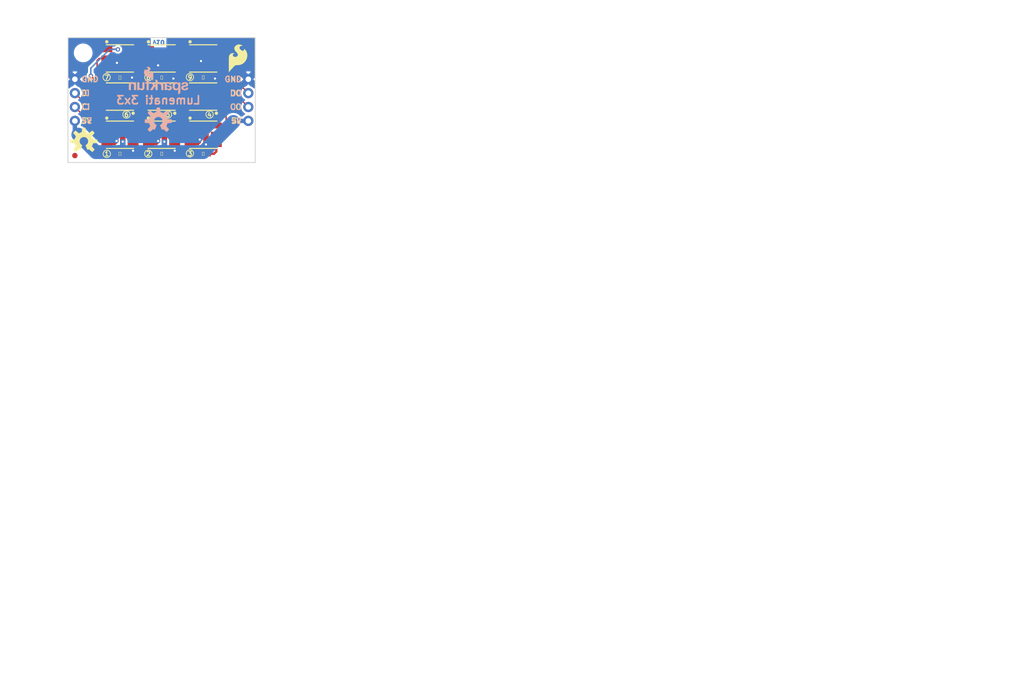
<source format=kicad_pcb>
(kicad_pcb (version 20221018) (generator pcbnew)
  (layers (0 "F.Cu" signal) (31 "B.Cu" signal) (34 "B.Paste" user) (35 "F.Paste" user) (36 "B.SilkS" user "B.Silkscreen") (37 "F.SilkS" user "F.Silkscreen") (38 "B.Mask" user) (39 "F.Mask" user) (44 "Edge.Cuts" user))
  (net 0 "")
  (net 1 "+5V")
  (net 2 "GND")
  (net 3 "Net-(J1-Pad3)")
  (net 4 "Net-(J1-Pad2)")
  (net 5 "Net-(J2-Pad2)")
  (net 6 "Net-(J2-Pad3)")
  (net 7 "Net-(U1-Pad5)")
  (net 8 "Net-(U1-Pad6)")
  (net 9 "Net-(U2-Pad5)")
  (net 10 "Net-(U2-Pad6)")
  (net 11 "Net-(U3-Pad6)")
  (net 12 "Net-(U3-Pad5)")
  (net 13 "Net-(U4-Pad5)")
  (net 14 "Net-(U4-Pad6)")
  (net 15 "Net-(U5-Pad6)")
  (net 16 "Net-(U5-Pad5)")
  (net 17 "Net-(U6-Pad5)")
  (net 18 "Net-(U6-Pad6)")
  (net 19 "Net-(U7-Pad6)")
  (net 20 "Net-(U7-Pad5)")
  (net 21 "Net-(U8-Pad5)")
  (net 22 "Net-(U8-Pad6)")
  (footprint "Pete:STAND-OFF_115_2" (layer "F.Cu") (at 100.711 77.216)
    (fp_text reference "Ref**" hide)
    (fp_text value "Val**" hide)
    (pad "" np_thru_hole circle (at 0 0) (size 2.921 2.921) (drill 2.921) (layers "*.Cu" "*.Mask"))
  )
  (footprint "Pete:STAND-OFF_115_2" (layer "F.Cu") (at 129.413 94.488)
    (fp_text reference "Ref**" hide)
    (fp_text value "Val**" hide)
    (pad "" np_thru_hole circle (at 0 0) (size 2.921 2.921) (drill 2.921) (layers "*.Cu" "*.Mask"))
  )
  (footprint "Aesthetics:SFE_LOGO_FLAME_.2" (layer "F.Cu") (at 127.0254 81.026)
    (fp_text reference "LOGO3" hide)
    (fp_text value "SFE_LOGO_FLAME.4_INCH" hide)
  )
  (footprint "Aesthetics:OSHW-LOGO-M" (layer "F.Cu") (at 100.838 93.3958)
    (fp_text reference "LOGO2" hide)
    (fp_text value "OSHW-LOGOMINI" hide)
  )
  (footprint "Pete:0603_revised" (layer "F.Cu") (at 107.442 95.6818 180)
    (fp_text reference "C1" hide)
    (fp_text value "0.1uF" hide)
    (pad "1" smd rect (at -0.84836 0 180) (size 1.09982 0.99822) (layers "F.Cu" "F.Paste" "F.Mask") (net 1 "+5V"))
    (pad "2" smd rect (at 0.84836 0 180) (size 1.09982 0.99822) (layers "F.Cu" "F.Paste" "F.Mask") (net 2 "GND"))
  )
  (footprint "Pete:0603_revised" (layer "F.Cu") (at 115.0874 95.6818 180)
    (fp_text reference "C2" hide)
    (fp_text value "0.1uF" hide)
    (pad "1" smd rect (at -0.84836 0 180) (size 1.09982 0.99822) (layers "F.Cu" "F.Paste" "F.Mask") (net 1 "+5V"))
    (pad "2" smd rect (at 0.84836 0 180) (size 1.09982 0.99822) (layers "F.Cu" "F.Paste" "F.Mask") (net 2 "GND"))
  )
  (footprint "Pete:0603_revised" (layer "F.Cu") (at 122.682 95.6818 180)
    (fp_text reference "C3" hide)
    (fp_text value "0.1uF" hide)
    (pad "1" smd rect (at -0.84836 0 180) (size 1.09982 0.99822) (layers "F.Cu" "F.Paste" "F.Mask") (net 1 "+5V"))
    (pad "2" smd rect (at 0.84836 0 180) (size 1.09982 0.99822) (layers "F.Cu" "F.Paste" "F.Mask") (net 2 "GND"))
  )
  (footprint "Pete:0603_revised" (layer "F.Cu") (at 122.682 81.7118 180)
    (fp_text reference "C4" hide)
    (fp_text value "0.22uF" hide)
    (pad "1" smd rect (at -0.84836 0 180) (size 1.09982 0.99822) (layers "F.Cu" "F.Paste" "F.Mask") (net 2 "GND"))
    (pad "2" smd rect (at 0.84836 0 180) (size 1.09982 0.99822) (layers "F.Cu" "F.Paste" "F.Mask") (net 1 "+5V"))
  )
  (footprint "Pete:0603_revised" (layer "F.Cu") (at 115.0874 81.7372 180)
    (fp_text reference "C5" hide)
    (fp_text value "0.22uF" hide)
    (pad "1" smd rect (at -0.84836 0 180) (size 1.09982 0.99822) (layers "F.Cu" "F.Paste" "F.Mask") (net 2 "GND"))
    (pad "2" smd rect (at 0.84836 0 180) (size 1.09982 0.99822) (layers "F.Cu" "F.Paste" "F.Mask") (net 1 "+5V"))
  )
  (footprint "Pete:0603_revised" (layer "F.Cu") (at 107.442 81.7372 180)
    (fp_text reference "C6" hide)
    (fp_text value "0.22uF" hide)
    (pad "1" smd rect (at -0.84836 0 180) (size 1.09982 0.99822) (layers "F.Cu" "F.Paste" "F.Mask") (net 2 "GND"))
    (pad "2" smd rect (at 0.84836 0 180) (size 1.09982 0.99822) (layers "F.Cu" "F.Paste" "F.Mask") (net 1 "+5V"))
  )
  (footprint "Aesthetics:FIDUCIAL-1X2" (layer "F.Cu") (at 130.937 75.692)
    (fp_text reference "FD1" hide)
    (fp_text value "FIDUCIAL1X2" hide)
    (pad "1" smd circle (at 0 0) (size 0.99822 0.99822) (layers "F.Cu" "F.Mask"))
  )
  (footprint "Aesthetics:FIDUCIAL-1X2" (layer "F.Cu") (at 99.187 96.012)
    (fp_text reference "FD2" hide)
    (fp_text value "FIDUCIAL1X2" hide)
    (pad "1" smd circle (at 0 0) (size 0.99822 0.99822) (layers "F.Cu" "F.Mask"))
  )
  (footprint "SFE_Connectors:1X04_NO_SILK" (layer "F.Cu") (at 99.187 82.042 -90)
    (fp_text reference "J1" hide)
    (fp_text value "Input" hide)
    (pad "1" thru_hole circle (at 0 0 270) (size 1.8796 1.8796) (drill 1.016) (layers "*.Cu" "*.Mask") (net 2 "GND"))
    (pad "2" thru_hole circle (at 2.54 0 270) (size 1.8796 1.8796) (drill 1.016) (layers "*.Cu" "*.Mask") (net 4 "Net-(J1-Pad2)"))
    (pad "3" thru_hole circle (at 5.08 0 270) (size 1.8796 1.8796) (drill 1.016) (layers "*.Cu" "*.Mask") (net 3 "Net-(J1-Pad3)"))
    (pad "4" thru_hole circle (at 7.62 0 270) (size 1.8796 1.8796) (drill 1.016) (layers "*.Cu" "*.Mask") (net 1 "+5V"))
  )
  (footprint "SFE_Connectors:1X04_NO_SILK" (layer "F.Cu") (at 130.937 89.662 90)
    (fp_text reference "J2" hide)
    (fp_text value "Output" hide)
    (pad "1" thru_hole circle (at 0 0 90) (size 1.8796 1.8796) (drill 1.016) (layers "*.Cu" "*.Mask") (net 1 "+5V"))
    (pad "2" thru_hole circle (at 2.54 0 90) (size 1.8796 1.8796) (drill 1.016) (layers "*.Cu" "*.Mask") (net 5 "Net-(J2-Pad2)"))
    (pad "3" thru_hole circle (at 5.08 0 90) (size 1.8796 1.8796) (drill 1.016) (layers "*.Cu" "*.Mask") (net 6 "Net-(J2-Pad3)"))
    (pad "4" thru_hole circle (at 7.62 0 90) (size 1.8796 1.8796) (drill 1.016) (layers "*.Cu" "*.Mask") (net 2 "GND"))
  )
  (footprint "Pete:APA102_3" (layer "F.Cu") (at 107.442 92.202 180)
    (fp_text reference "U1" hide)
    (fp_text value "APA102" hide)
    (pad "1" smd rect (at 2.4 1.7 180) (size 2 1.1) (layers "F.Cu" "F.Paste" "F.Mask") (net 4 "Net-(J1-Pad2)"))
    (pad "2" smd rect (at 2.399998 0 180) (size 2 1.1) (layers "F.Cu" "F.Paste" "F.Mask") (net 3 "Net-(J1-Pad3)"))
    (pad "3" smd rect (at 2.4 -1.700001 180) (size 2 1.1) (layers "F.Cu" "F.Paste" "F.Mask") (net 2 "GND"))
    (pad "4" smd rect (at -2.4 -1.7) (size 2 1.1) (layers "F.Cu" "F.Paste" "F.Mask") (net 1 "+5V"))
    (pad "5" smd rect (at -2.399998 0) (size 2 1.1) (layers "F.Cu" "F.Paste" "F.Mask") (net 7 "Net-(U1-Pad5)"))
    (pad "6" smd rect (at -2.4 1.700001) (size 2 1.1) (layers "F.Cu" "F.Paste" "F.Mask") (net 8 "Net-(U1-Pad6)"))
  )
  (footprint "Pete:APA102_3" (layer "F.Cu") (at 115.062 92.202 180)
    (fp_text reference "U2" hide)
    (fp_text value "APA102" hide)
    (pad "1" smd rect (at 2.4 1.7 180) (size 2 1.1) (layers "F.Cu" "F.Paste" "F.Mask") (net 8 "Net-(U1-Pad6)"))
    (pad "2" smd rect (at 2.399998 0 180) (size 2 1.1) (layers "F.Cu" "F.Paste" "F.Mask") (net 7 "Net-(U1-Pad5)"))
    (pad "3" smd rect (at 2.4 -1.700001 180) (size 2 1.1) (layers "F.Cu" "F.Paste" "F.Mask") (net 2 "GND"))
    (pad "4" smd rect (at -2.4 -1.7) (size 2 1.1) (layers "F.Cu" "F.Paste" "F.Mask") (net 1 "+5V"))
    (pad "5" smd rect (at -2.399998 0) (size 2 1.1) (layers "F.Cu" "F.Paste" "F.Mask") (net 9 "Net-(U2-Pad5)"))
    (pad "6" smd rect (at -2.4 1.700001) (size 2 1.1) (layers "F.Cu" "F.Paste" "F.Mask") (net 10 "Net-(U2-Pad6)"))
  )
  (footprint "Pete:APA102_3" (layer "F.Cu") (at 122.682 92.202 180)
    (fp_text reference "U3" hide)
    (fp_text value "APA102" hide)
    (pad "1" smd rect (at 2.4 1.7 180) (size 2 1.1) (layers "F.Cu" "F.Paste" "F.Mask") (net 10 "Net-(U2-Pad6)"))
    (pad "2" smd rect (at 2.399998 0 180) (size 2 1.1) (layers "F.Cu" "F.Paste" "F.Mask") (net 9 "Net-(U2-Pad5)"))
    (pad "3" smd rect (at 2.4 -1.700001 180) (size 2 1.1) (layers "F.Cu" "F.Paste" "F.Mask") (net 2 "GND"))
    (pad "4" smd rect (at -2.4 -1.7) (size 2 1.1) (layers "F.Cu" "F.Paste" "F.Mask") (net 1 "+5V"))
    (pad "5" smd rect (at -2.399998 0) (size 2 1.1) (layers "F.Cu" "F.Paste" "F.Mask") (net 12 "Net-(U3-Pad5)"))
    (pad "6" smd rect (at -2.4 1.700001) (size 2 1.1) (layers "F.Cu" "F.Paste" "F.Mask") (net 11 "Net-(U3-Pad6)"))
  )
  (footprint "Pete:APA102_3" (layer "F.Cu") (at 122.682 85.217)
    (fp_text reference "U4" hide)
    (fp_text value "APA102" hide)
    (pad "1" smd rect (at 2.4 1.7) (size 2 1.1) (layers "F.Cu" "F.Paste" "F.Mask") (net 11 "Net-(U3-Pad6)"))
    (pad "2" smd rect (at 2.399998 0) (size 2 1.1) (layers "F.Cu" "F.Paste" "F.Mask") (net 12 "Net-(U3-Pad5)"))
    (pad "3" smd rect (at 2.4 -1.700001) (size 2 1.1) (layers "F.Cu" "F.Paste" "F.Mask") (net 2 "GND"))
    (pad "4" smd rect (at -2.4 -1.7 180) (size 2 1.1) (layers "F.Cu" "F.Paste" "F.Mask") (net 1 "+5V"))
    (pad "5" smd rect (at -2.399998 0 180) (size 2 1.1) (layers "F.Cu" "F.Paste" "F.Mask") (net 13 "Net-(U4-Pad5)"))
    (pad "6" smd rect (at -2.4 1.700001 180) (size 2 1.1) (layers "F.Cu" "F.Paste" "F.Mask") (net 14 "Net-(U4-Pad6)"))
  )
  (footprint "Pete:APA102_3" (layer "F.Cu") (at 115.062 85.217)
    (fp_text reference "U5" hide)
    (fp_text value "APA102" hide)
    (pad "1" smd rect (at 2.4 1.7) (size 2 1.1) (layers "F.Cu" "F.Paste" "F.Mask") (net 14 "Net-(U4-Pad6)"))
    (pad "2" smd rect (at 2.399998 0) (size 2 1.1) (layers "F.Cu" "F.Paste" "F.Mask") (net 13 "Net-(U4-Pad5)"))
    (pad "3" smd rect (at 2.4 -1.700001) (size 2 1.1) (layers "F.Cu" "F.Paste" "F.Mask") (net 2 "GND"))
    (pad "4" smd rect (at -2.4 -1.7 180) (size 2 1.1) (layers "F.Cu" "F.Paste" "F.Mask") (net 1 "+5V"))
    (pad "5" smd rect (at -2.399998 0 180) (size 2 1.1) (layers "F.Cu" "F.Paste" "F.Mask") (net 16 "Net-(U5-Pad5)"))
    (pad "6" smd rect (at -2.4 1.700001 180) (size 2 1.1) (layers "F.Cu" "F.Paste" "F.Mask") (net 15 "Net-(U5-Pad6)"))
  )
  (footprint "Pete:APA102_3" (layer "F.Cu") (at 107.442 85.217)
    (fp_text reference "U6" hide)
    (fp_text value "APA102" hide)
    (pad "1" smd rect (at 2.4 1.7) (size 2 1.1) (layers "F.Cu" "F.Paste" "F.Mask") (net 15 "Net-(U5-Pad6)"))
    (pad "2" smd rect (at 2.399998 0) (size 2 1.1) (layers "F.Cu" "F.Paste" "F.Mask") (net 16 "Net-(U5-Pad5)"))
    (pad "3" smd rect (at 2.4 -1.700001) (size 2 1.1) (layers "F.Cu" "F.Paste" "F.Mask") (net 2 "GND"))
    (pad "4" smd rect (at -2.4 -1.7 180) (size 2 1.1) (layers "F.Cu" "F.Paste" "F.Mask") (net 1 "+5V"))
    (pad "5" smd rect (at -2.399998 0 180) (size 2 1.1) (layers "F.Cu" "F.Paste" "F.Mask") (net 17 "Net-(U6-Pad5)"))
    (pad "6" smd rect (at -2.4 1.700001 180) (size 2 1.1) (layers "F.Cu" "F.Paste" "F.Mask") (net 18 "Net-(U6-Pad6)"))
  )
  (footprint "Pete:APA102_3" (layer "F.Cu") (at 107.442 78.232 180)
    (fp_text reference "U7" hide)
    (fp_text value "APA102" hide)
    (pad "1" smd rect (at 2.4 1.7 180) (size 2 1.1) (layers "F.Cu" "F.Paste" "F.Mask") (net 18 "Net-(U6-Pad6)"))
    (pad "2" smd rect (at 2.399998 0 180) (size 2 1.1) (layers "F.Cu" "F.Paste" "F.Mask") (net 17 "Net-(U6-Pad5)"))
    (pad "3" smd rect (at 2.4 -1.700001 180) (size 2 1.1) (layers "F.Cu" "F.Paste" "F.Mask") (net 2 "GND"))
    (pad "4" smd rect (at -2.4 -1.7) (size 2 1.1) (layers "F.Cu" "F.Paste" "F.Mask") (net 1 "+5V"))
    (pad "5" smd rect (at -2.399998 0) (size 2 1.1) (layers "F.Cu" "F.Paste" "F.Mask") (net 20 "Net-(U7-Pad5)"))
    (pad "6" smd rect (at -2.4 1.700001) (size 2 1.1) (layers "F.Cu" "F.Paste" "F.Mask") (net 19 "Net-(U7-Pad6)"))
  )
  (footprint "Pete:APA102_3" (layer "F.Cu") (at 115.062 78.232 180)
    (fp_text reference "U8" hide)
    (fp_text value "APA102" hide)
    (pad "1" smd rect (at 2.4 1.7 180) (size 2 1.1) (layers "F.Cu" "F.Paste" "F.Mask") (net 19 "Net-(U7-Pad6)"))
    (pad "2" smd rect (at 2.399998 0 180) (size 2 1.1) (layers "F.Cu" "F.Paste" "F.Mask") (net 20 "Net-(U7-Pad5)"))
    (pad "3" smd rect (at 2.4 -1.700001 180) (size 2 1.1) (layers "F.Cu" "F.Paste" "F.Mask") (net 2 "GND"))
    (pad "4" smd rect (at -2.4 -1.7) (size 2 1.1) (layers "F.Cu" "F.Paste" "F.Mask") (net 1 "+5V"))
    (pad "5" smd rect (at -2.399998 0) (size 2 1.1) (layers "F.Cu" "F.Paste" "F.Mask") (net 21 "Net-(U8-Pad5)"))
    (pad "6" smd rect (at -2.4 1.700001) (size 2 1.1) (layers "F.Cu" "F.Paste" "F.Mask") (net 22 "Net-(U8-Pad6)"))
  )
  (footprint "Pete:APA102_3" (layer "F.Cu") (at 122.682 78.232 180)
    (fp_text reference "U9" hide)
    (fp_text value "APA102" hide)
    (pad "1" smd rect (at 2.4 1.7 180) (size 2 1.1) (layers "F.Cu" "F.Paste" "F.Mask") (net 22 "Net-(U8-Pad6)"))
    (pad "2" smd rect (at 2.399998 0 180) (size 2 1.1) (layers "F.Cu" "F.Paste" "F.Mask") (net 21 "Net-(U8-Pad5)"))
    (pad "3" smd rect (at 2.4 -1.700001 180) (size 2 1.1) (layers "F.Cu" "F.Paste" "F.Mask") (net 2 "GND"))
    (pad "4" smd rect (at -2.4 -1.7) (size 2 1.1) (layers "F.Cu" "F.Paste" "F.Mask") (net 1 "+5V"))
    (pad "5" smd rect (at -2.399998 0) (size 2 1.1) (layers "F.Cu" "F.Paste" "F.Mask") (net 5 "Net-(J2-Pad2)"))
    (pad "6" smd rect (at -2.4 1.700001) (size 2 1.1) (layers "F.Cu" "F.Paste" "F.Mask") (net 6 "Net-(J2-Pad3)"))
  )
  (footprint "Aesthetics:OSHW-LOGO-M" (layer "B.Cu") (at 114.4651 89.7128 180)
    (fp_text reference "" (at 0 0 180) (layer "B.SilkS") (effects (font (size 1.524 1.524)) (justify mirror)))
    (fp_text value "" (at 0 0 180) (layer "B.SilkS") (effects (font (size 1.524 1.524)) (justify mirror)))
  )
  (footprint "SparkFun:SFE_LOGO_NAME_FLAME_.1" (layer "B.Cu") (at 120.396 84.963 180)
    (fp_text reference "LOGO1" hide)
    (fp_text value "SFE_LOGO_NAME_FLAME.1_INCH" hide)
  )
  (gr_circle (center 112.6236 95.6818) (end 113.03 96.2152) (stroke (width 0.15)) (fill none) (layer "F.SilkS"))
  (gr_circle (center 120.2436 95.6056) (end 120.65 96.139) (stroke (width 0.15)) (fill none) (layer "F.SilkS"))
  (gr_circle (center 123.8504 88.4936) (end 124.2568 89.027) (stroke (width 0.15)) (fill none) (layer "F.SilkS"))
  (gr_circle (center 116.2304 88.4936) (end 116.6368 89.027) (stroke (width 0.15)) (fill none) (layer "F.SilkS"))
  (gr_circle (center 108.6358 88.4936) (end 109.0422 89.027) (stroke (width 0.15)) (fill none) (layer "F.SilkS"))
  (gr_circle (center 105.0036 81.661) (end 105.41 82.1944) (stroke (width 0.15)) (fill none) (layer "F.SilkS"))
  (gr_circle (center 112.649 81.6864) (end 113.0554 82.2198) (stroke (width 0.15)) (fill none) (layer "F.SilkS"))
  (gr_circle (center 120.2436 81.661) (end 120.65 82.1944) (stroke (width 0.15)) (fill none) (layer "F.SilkS"))
  (gr_circle (center 105.029 95.7072) (end 105.4354 96.2406) (stroke (width 0.15)) (fill none) (layer "F.SilkS"))
  (gr_line (start 130.302 97.282) (end 130.937 97.282) (stroke (width 0.15)) (layer "Edge.Cuts"))
  (gr_line (start 97.917 97.282) (end 97.917 74.422) (stroke (width 0.15)) (layer "Edge.Cuts"))
  (gr_line (start 99.822 97.282) (end 99.187 97.282) (stroke (width 0.15)) (layer "Edge.Cuts"))
  (gr_line (start 99.187 74.422) (end 97.917 74.422) (stroke (width 0.15)) (layer "Edge.Cuts"))
  (gr_line (start 130.302 74.422) (end 99.822 74.422) (stroke (width 0.15)) (layer "Edge.Cuts"))
  (gr_line (start 132.207 97.282) (end 132.207 74.422) (stroke (width 0.15)) (layer "Edge.Cuts"))
  (gr_line (start 130.937 97.282) (end 132.207 97.282) (stroke (width 0.15)) (layer "Edge.Cuts"))
  (gr_line (start 99.822 97.282) (end 130.302 97.282) (stroke (width 0.15)) (layer "Edge.Cuts"))
  (gr_line (start 99.187 97.282) (end 97.917 97.282) (stroke (width 0.15)) (layer "Edge.Cuts"))
  (gr_line (start 130.937 74.422) (end 132.207 74.422) (stroke (width 0.15)) (layer "Edge.Cuts"))
  (gr_line (start 99.187 74.422) (end 99.822 74.422) (stroke (width 0.15)) (layer "Edge.Cuts"))
  (gr_line (start 130.937 74.422) (end 130.302 74.422) (stroke (width 0.15)) (layer "Edge.Cuts"))
  (gr_text "v10" (at 114.5286 75.2856 180) (layer "B.Cu") (effects (font (size 0.8128 0.8128) (thickness 0.2032)) (justify mirror)))
  (gr_text "GND" (at 101.9556 82.042) (layer "B.SilkS") (effects (font (size 1.016 1.016) (thickness 0.2032)) (justify mirror)))
  (gr_text "5V" (at 101.4222 89.662) (layer "B.SilkS") (effects (font (size 1.016 1.016) (thickness 0.2032)) (justify mirror)))
  (gr_text "CI" (at 101.1428 87.122) (layer "B.SilkS") (effects (font (size 1.016 1.016) (thickness 0.2032)) (justify mirror)))
  (gr_text "DI" (at 101.1428 84.582) (layer "B.SilkS") (effects (font (size 1.016 1.016) (thickness 0.2032)) (justify mirror)))
  (gr_text "GND" (at 128.1684 82.042) (layer "B.SilkS") (effects (font (size 1.016 1.016) (thickness 0.2032)) (justify mirror)))
  (gr_text "5V" (at 128.778 89.6874) (layer "B.SilkS") (effects (font (size 1.016 1.016) (thickness 0.2032)) (justify mirror)))
  (gr_text "CO" (at 128.651 87.122) (layer "B.SilkS") (effects (font (size 1.016 1.016) (thickness 0.2032)) (justify mirror)))
  (gr_text "DO" (at 128.7018 84.6074) (layer "B.SilkS") (effects (font (size 1.016 1.016) (thickness 0.2032)) (justify mirror)))
  (gr_text "Lumenati 3x3" (at 114.4778 85.8647) (layer "B.SilkS") (effects (font (size 1.5 1.5) (thickness 0.299999)) (justify mirror)))
  (gr_text "GND" (at 101.9556 82.042) (layer "F.SilkS") (effects (font (size 1.016 1.016) (thickness 0.2032))))
  (gr_text "DI" (at 101.1428 84.582) (layer "F.SilkS") (effects (font (size 1.016 1.016) (thickness 0.2032))))
  (gr_text "CI" (at 101.1936 87.0966) (layer "F.SilkS") (effects (font (size 1.016 1.016) (thickness 0.2032))))
  (gr_text "5V" (at 101.3206 89.662) (layer "F.SilkS") (effects (font (size 1.016 1.016) (thickness 0.2032))))
  (gr_text "GND" (at 128.1684 82.042) (layer "F.SilkS") (effects (font (size 1.016 1.016) (thickness 0.2032))))
  (gr_text "DO" (at 128.651 84.6074) (layer "F.SilkS") (effects (font (size 1.016 1.016) (thickness 0.2032))))
  (gr_text "CO" (at 128.651 87.122) (layer "F.SilkS") (effects (font (size 1.016 1.016) (thickness 0.2032))))
  (gr_text "5V" (at 128.7272 89.662) (layer "F.SilkS") (effects (font (size 1.016 1.016) (thickness 0.2032))))
  (gr_text "2" (at 112.649 95.6818) (layer "F.SilkS") (effects (font (size 0.8128 0.8128) (thickness 0.1778))))
  (gr_text "3" (at 120.269 95.6818) (layer "F.SilkS") (effects (font (size 0.8128 0.8128) (thickness 0.1778))))
  (gr_text "4" (at 123.825 88.5444) (layer "F.SilkS") (effects (font (size 0.8128 0.8128) (thickness 0.1778))))
  (gr_text "5" (at 116.2304 88.5444) (layer "F.SilkS") (effects (font (size 0.8128 0.8128) (thickness 0.1778))))
  (gr_text "6" (at 108.6358 88.5444) (layer "F.SilkS") (effects (font (size 0.8128 0.8128) (thickness 0.1778))))
  (gr_text "7" (at 105.029 81.7372) (layer "F.SilkS") (effects (font (size 0.8128 0.8128) (thickness 0.1778))))
  (gr_text "8" (at 112.649 81.7372) (layer "F.SilkS") (effects (font (size 0.8128 0.8128) (thickness 0.1778))))
  (gr_text "9" (at 120.269 81.7118) (layer "F.SilkS") (effects (font (size 0.8128 0.8128) (thickness 0.1778))))
  (gr_text "1" (at 105.029 95.7072) (layer "F.SilkS") (effects (font (size 0.8128 0.8128) (thickness 0.1778))))
  (segment (start 109.842 95.136) (end 109.2962 95.6818) (width 0.4064) (layer "F.Cu") (net 1))
  (segment (start 109.2962 95.6818) (end 108.29036 95.6818) (width 0.4064) (layer "F.Cu") (net 1))
  (segment (start 117.462 95.263) (end 117.0432 95.6818) (width 0.4064) (layer "F.Cu") (net 1))
  (segment (start 117.0432 95.6818) (end 115.93576 95.6818) (width 0.4064) (layer "F.Cu") (net 1))
  (segment (start 125.082 95.263) (end 124.6632 95.6818) (width 0.4064) (layer "F.Cu") (net 1))
  (segment (start 124.6632 95.6818) (end 123.53036 95.6818) (width 0.4064) (layer "F.Cu") (net 1))
  (segment (start 107.52 79.932) (end 106.59364 80.85836) (width 0.4064) (layer "F.Cu") (net 1))
  (segment (start 106.59364 80.85836) (end 106.59364 81.7372) (width 0.4064) (layer "F.Cu") (net 1))
  (segment (start 115.14 79.932) (end 114.23904 80.83296) (width 0.4064) (layer "F.Cu") (net 1))
  (segment (start 114.23904 80.83296) (end 114.23904 81.7372) (width 0.4064) (layer "F.Cu") (net 1))
  (segment (start 122.633 79.932) (end 121.83364 80.73136) (width 0.4064) (layer "F.Cu") (net 1))
  (segment (start 121.83364 80.73136) (end 121.83364 81.7118) (width 0.4064) (layer "F.Cu") (net 1))
  (segment (start 120.282 82.182) (end 120.7522 81.7118) (width 0.4064) (layer "F.Cu") (net 1))
  (segment (start 120.7522 81.7118) (end 121.83364 81.7118) (width 0.4064) (layer "F.Cu") (net 1))
  (segment (start 112.662 82.156) (end 113.0808 81.7372) (width 0.4064) (layer "F.Cu") (net 1))
  (segment (start 113.0808 81.7372) (end 114.23904 81.7372) (width 0.4064) (layer "F.Cu") (net 1))
  (segment (start 105.042 82.156) (end 105.4608 81.7372) (width 0.4064) (layer "F.Cu") (net 1))
  (segment (start 105.4608 81.7372) (end 106.59364 81.7372) (width 0.4064) (layer "F.Cu") (net 1))
  (segment (start 109.842 95.123) (end 109.842 95.136) (width 0.4064) (layer "F.Cu") (net 1))
  (segment (start 117.462 95.123) (end 117.462 95.263) (width 0.4064) (layer "F.Cu") (net 1))
  (segment (start 107.139 83.517) (end 107.95 84.328) (width 1.016) (layer "F.Cu") (net 1))
  (segment (start 107.95 84.328) (end 107.95 93.472) (width 1.016) (layer "F.Cu") (net 1))
  (segment (start 114.886 83.517) (end 115.57 84.201) (width 1.016) (layer "F.Cu") (net 1))
  (segment (start 115.57 84.201) (end 115.57 93.472) (width 1.016) (layer "F.Cu") (net 1))
  (segment (start 122.506 83.517) (end 123.19 84.201) (width 1.016) (layer "F.Cu") (net 1))
  (segment (start 123.19 84.201) (end 123.19 93.98) (width 1.016) (layer "F.Cu") (net 1))
  (segment (start 123.268 93.902) (end 123.19 93.98) (width 0.4064) (layer "F.Cu") (net 1))
  (segment (start 117.462 93.902) (end 117.462 95.123) (width 0.4064) (layer "F.Cu") (net 1))
  (segment (start 125.082 93.902) (end 123.268 93.902) (width 0.4064) (layer "F.Cu") (net 1))
  (segment (start 112.662 83.517) (end 112.662 82.156) (width 0.4064) (layer "F.Cu") (net 1))
  (segment (start 117.462 79.932) (end 115.14 79.932) (width 0.4064) (layer "F.Cu") (net 1))
  (segment (start 105.042 83.517) (end 105.042 82.156) (width 0.4064) (layer "F.Cu") (net 1))
  (segment (start 112.662 83.517) (end 114.886 83.517) (width 0.4064) (layer "F.Cu") (net 1))
  (segment (start 120.282 83.517) (end 120.282 82.182) (width 0.4064) (layer "F.Cu") (net 1))
  (segment (start 125.082 79.932) (end 122.633 79.932) (width 0.4064) (layer "F.Cu") (net 1))
  (segment (start 109.842 79.932) (end 107.52 79.932) (width 0.4064) (layer "F.Cu") (net 1))
  (segment (start 109.842 93.902) (end 109.842 95.123) (width 0.4064) (layer "F.Cu") (net 1))
  (segment (start 105.042 83.517) (end 107.139 83.517) (width 0.4064) (layer "F.Cu") (net 1))
  (segment (start 125.082 93.902) (end 125.082 95.263) (width 0.4064) (layer "F.Cu") (net 1))
  (segment (start 120.282 83.517) (end 122.506 83.517) (width 0.4064) (layer "F.Cu") (net 1))
  (via (at 115.57 93.472) (size 0.8) (drill 0.4) (layers "F.Cu" "B.Cu") (net 1))
  (via (at 123.19 93.98) (size 0.8) (drill 0.4) (layers "F.Cu" "B.Cu") (net 1))
  (via (at 107.95 93.472) (size 0.8) (drill 0.4) (layers "F.Cu" "B.Cu") (net 1))
  (via (at 117.462 95.123) (size 0.8) (drill 0.4) (layers "F.Cu" "B.Cu") (net 1))
  (via (at 109.842 95.123) (size 0.8) (drill 0.4) (layers "F.Cu" "B.Cu") (net 1))
  (segment (start 107.3912 95.377) (end 107.442 95.377) (width 2.54) (layer "B.Cu") (net 1))
  (segment (start 103.0224 95.377) (end 99.822 92.1766) (width 2.54) (layer "B.Cu") (net 1))
  (segment (start 99.187 91.5416) (end 99.822 92.1766) (width 0.8128) (layer "B.Cu") (net 1))
  (segment (start 128.397 89.662) (end 128.1938 89.8652) (width 0.8128) (layer "B.Cu") (net 1))
  (segment (start 122.682 95.377) (end 123.571 94.488) (width 2.54) (layer "B.Cu") (net 1))
  (segment (start 109.842 95.123) (end 109.855 95.136) (width 0.8128) (layer "B.Cu") (net 1))
  (segment (start 109.855 95.136) (end 109.855 95.377) (width 0.8128) (layer "B.Cu") (net 1))
  (segment (start 109.855 95.377) (end 115.57 95.377) (width 2.54) (layer "B.Cu") (net 1))
  (segment (start 117.462 95.123) (end 117.475 95.136) (width 0.8128) (layer "B.Cu") (net 1))
  (segment (start 117.475 95.136) (end 117.475 95.377) (width 0.8128) (layer "B.Cu") (net 1))
  (segment (start 117.475 95.377) (end 122.682 95.377) (width 2.54) (layer "B.Cu") (net 1))
  (segment (start 123.063 93.853) (end 123.19 93.98) (width 0.4064) (layer "B.Cu") (net 1))
  (segment (start 123.6345 94.4245) (end 123.571 94.361) (width 0.4064) (layer "B.Cu") (net 1))
  (segment (start 123.571 94.361) (end 123.571 94.488) (width 0.4064) (layer "B.Cu") (net 1))
  (segment (start 107.442 95.377) (end 109.855 95.377) (width 2.54) (layer "B.Cu") (net 1))
  (segment (start 115.062 95.377) (end 117.475 95.377) (width 2.54) (layer "B.Cu") (net 1))
  (segment (start 107.95 93.472) (end 107.95 95.377) (width 1.016) (layer "B.Cu") (net 1))
  (segment (start 107.95 95.377) (end 107.3912 95.377) (width 2.54) (layer "B.Cu") (net 1))
  (segment (start 115.57 93.472) (end 115.57 95.377) (width 1.016) (layer "B.Cu") (net 1))
  (segment (start 115.57 95.377) (end 115.062 95.377) (width 2.54) (layer "B.Cu") (net 1))
  (segment (start 123.19 93.98) (end 123.6345 94.4245) (width 0.4064) (layer "B.Cu") (net 1))
  (segment (start 103.0224 95.377) (end 107.3912 95.377) (width 2.54) (layer "B.Cu") (net 1))
  (segment (start 128.1938 89.8652) (end 123.6345 94.4245) (width 2.54) (layer "B.Cu") (net 1))
  (segment (start 130.937 89.662) (end 128.397 89.662) (width 0.8128) (layer "B.Cu") (net 1))
  (segment (start 99.187 89.662) (end 99.187 91.5416) (width 0.8128) (layer "B.Cu") (net 1))
  (segment (start 121.616999 79.932001) (end 122.2756 79.2734) (width 0.4064) (layer "F.Cu") (net 2))
  (segment (start 122.2756 79.2734) (end 122.2756 78.7146) (width 0.4064) (layer "F.Cu") (net 2))
  (segment (start 109.842 81.9274) (end 109.6518 81.7372) (width 0.4064) (layer "F.Cu") (net 2))
  (segment (start 106.376999 79.932001) (end 106.8832 79.4258) (width 0.4064) (layer "F.Cu") (net 2))
  (segment (start 106.8832 79.4258) (end 106.8832 79.0448) (width 0.4064) (layer "F.Cu") (net 2))
  (segment (start 105.042 95.136) (end 105.5878 95.6818) (width 0.4064) (layer "F.Cu") (net 2))
  (segment (start 105.5878 95.6818) (end 106.59364 95.6818) (width 0.4064) (layer "F.Cu") (net 2))
  (segment (start 112.662 95.263) (end 113.0808 95.6818) (width 0.4064) (layer "F.Cu") (net 2))
  (segment (start 113.0808 95.6818) (end 114.23904 95.6818) (width 0.4064) (layer "F.Cu") (net 2))
  (segment (start 120.282 95.263) (end 120.7008 95.6818) (width 0.4064) (layer "F.Cu") (net 2))
  (segment (start 120.7008 95.6818) (end 121.83364 95.6818) (width 0.4064) (layer "F.Cu") (net 2))
  (segment (start 117.462 82.156) (end 117.221 81.915) (width 0.4064) (layer "F.Cu") (net 2))
  (segment (start 117.0432 81.7372) (end 115.93576 81.7372) (width 0.4064) (layer "F.Cu") (net 2))
  (segment (start 125.082 82.156) (end 124.841 81.915) (width 0.4064) (layer "F.Cu") (net 2))
  (segment (start 124.6378 81.7118) (end 123.53036 81.7118) (width 0.4064) (layer "F.Cu") (net 2))
  (segment (start 113.996999 79.932001) (end 114.427 79.502) (width 0.4064) (layer "F.Cu") (net 2))
  (segment (start 117.221 81.915) (end 117.0432 81.7372) (width 0.4064) (layer "F.Cu") (net 2))
  (segment (start 124.841 81.915) (end 124.6378 81.7118) (width 0.4064) (layer "F.Cu") (net 2))
  (segment (start 106.503999 93.902001) (end 106.807 93.599) (width 0.4064) (layer "F.Cu") (net 2))
  (segment (start 106.807 93.599) (end 106.807 93.345) (width 0.4064) (layer "F.Cu") (net 2))
  (segment (start 114.123999 93.902001) (end 114.427 93.599) (width 0.4064) (layer "F.Cu") (net 2))
  (segment (start 114.427 93.599) (end 114.427 93.345) (width 0.4064) (layer "F.Cu") (net 2))
  (segment (start 121.743999 93.902001) (end 122.047 93.599) (width 0.4064) (layer "F.Cu") (net 2))
  (segment (start 122.047 93.599) (end 122.047 93.091) (width 0.4064) (layer "F.Cu") (net 2))
  (segment (start 105.042 79.932001) (end 105.043799 79.9338) (width 0.4064) (layer "F.Cu") (net 2))
  (segment (start 120.282 93.902001) (end 120.282 95.263) (width 0.4064) (layer "F.Cu") (net 2))
  (segment (start 109.842 83.516999) (end 109.842 81.9274) (width 0.4064) (layer "F.Cu") (net 2))
  (segment (start 120.282 79.932001) (end 121.616999 79.932001) (width 0.4064) (layer "F.Cu") (net 2))
  (segment (start 112.662 79.932001) (end 113.996999 79.932001) (width 0.4064) (layer "F.Cu") (net 2))
  (segment (start 112.662 93.902001) (end 112.662 95.263) (width 0.4064) (layer "F.Cu") (net 2))
  (segment (start 120.282 93.902001) (end 121.743999 93.902001) (width 0.4064) (layer "F.Cu") (net 2))
  (segment (start 117.462 83.516999) (end 117.462 82.156) (width 0.4064) (layer "F.Cu") (net 2))
  (segment (start 105.042 93.902001) (end 105.042 95.136) (width 0.4064) (layer "F.Cu") (net 2))
  (segment (start 105.042 79.932001) (end 106.376999 79.932001) (width 0.4064) (layer "F.Cu") (net 2))
  (segment (start 109.842 83.516999) (end 109.855 83.503999) (width 0.4064) (layer "F.Cu") (net 2))
  (segment (start 108.29036 81.7372) (end 109.6518 81.7372) (width 0.4064) (layer "F.Cu") (net 2))
  (segment (start 125.082 83.516999) (end 125.082 82.156) (width 0.4064) (layer "F.Cu") (net 2))
  (segment (start 112.662 93.902001) (end 114.123999 93.902001) (width 0.4064) (layer "F.Cu") (net 2))
  (segment (start 105.042 93.902001) (end 106.503999 93.902001) (width 0.4064) (layer "F.Cu") (net 2))
  (via (at 106.8832 79.0448) (size 0.8) (drill 0.4) (layers "F.Cu" "B.Cu") (net 2))
  (via (at 109.6518 81.7372) (size 0.8) (drill 0.4) (layers "F.Cu" "B.Cu") (net 2))
  (via (at 122.2756 78.7146) (size 0.8) (drill 0.4) (layers "F.Cu" "B.Cu") (net 2))
  (via (at 117.221 81.915) (size 0.8) (drill 0.4) (layers "F.Cu" "B.Cu") (net 2))
  (via (at 122.047 93.091) (size 0.8) (drill 0.4) (layers "F.Cu" "B.Cu") (net 2))
  (via (at 114.427 93.345) (size 0.8) (drill 0.4) (layers "F.Cu" "B.Cu") (net 2))
  (via (at 114.427 79.502) (size 0.8) (drill 0.4) (layers "F.Cu" "B.Cu") (net 2))
  (via (at 106.807 93.345) (size 0.8) (drill 0.4) (layers "F.Cu" "B.Cu") (net 2))
  (via (at 124.841 81.915) (size 0.8) (drill 0.4) (layers "F.Cu" "B.Cu") (net 2))
  (segment (start 122.2756 78.7146) (end 122.2756 79.3496) (width 0.4064) (layer "B.Cu") (net 2))
  (segment (start 122.2756 79.3496) (end 124.841 81.915) (width 0.4064) (layer "B.Cu") (net 2))
  (segment (start 106.8832 79.0448) (end 109.5756 81.7372) (width 0.4064) (layer "B.Cu") (net 2))
  (segment (start 109.5756 81.7372) (end 109.6518 81.7372) (width 0.4064) (layer "B.Cu") (net 2))
  (segment (start 114.427 79.502) (end 114.808 79.502) (width 0.4064) (layer "B.Cu") (net 2))
  (segment (start 114.808 79.502) (end 117.221 81.915) (width 0.4064) (layer "B.Cu") (net 2))
  (segment (start 103.124 92.202) (end 100.8888 89.9668) (width 0.254) (layer "F.Cu") (net 3))
  (segment (start 100.8888 89.9668) (end 100.8888 88.8238) (width 0.254) (layer "F.Cu") (net 3))
  (segment (start 100.8888 88.8238) (end 99.187 87.122) (width 0.254) (layer "F.Cu") (net 3))
  (segment (start 105.042002 92.202) (end 103.124 92.202) (width 0.254) (layer "F.Cu") (net 3))
  (segment (start 103.1766 90.502) (end 101.7524 89.0778) (width 0.254) (layer "F.Cu") (net 4))
  (segment (start 101.7524 89.0778) (end 101.7524 87.1474) (width 0.254) (layer "F.Cu") (net 4))
  (segment (start 101.7524 87.1474) (end 99.187 84.582) (width 0.254) (layer "F.Cu") (net 4))
  (segment (start 105.042 90.502) (end 103.1766 90.502) (width 0.254) (layer "F.Cu") (net 4))
  (segment (start 126.6952 78.232) (end 127.5842 79.121) (width 0.254) (layer "F.Cu") (net 5))
  (segment (start 127.5842 79.121) (end 127.5842 83.7692) (width 0.254) (layer "F.Cu") (net 5))
  (segment (start 127.5842 83.7692) (end 130.937 87.122) (width 0.254) (layer "F.Cu") (net 5))
  (segment (start 125.081998 78.232) (end 126.6952 78.232) (width 0.254) (layer "F.Cu") (net 5))
  (segment (start 127.179599 76.531999) (end 128.5748 77.9272) (width 0.254) (layer "F.Cu") (net 6))
  (segment (start 128.5748 77.9272) (end 128.5748 82.2198) (width 0.254) (layer "F.Cu") (net 6))
  (segment (start 128.5748 82.2198) (end 130.937 84.582) (width 0.254) (layer "F.Cu") (net 6))
  (segment (start 125.082 76.531999) (end 127.179599 76.531999) (width 0.254) (layer "F.Cu") (net 6))
  (segment (start 109.841998 92.202) (end 112.662002 92.202) (width 0.254) (layer "F.Cu") (net 7))
  (segment (start 112.661999 90.501999) (end 112.662 90.502) (width 0.254) (layer "F.Cu") (net 8))
  (segment (start 109.842 90.501999) (end 112.661999 90.501999) (width 0.254) (layer "F.Cu") (net 8))
  (segment (start 117.461998 92.202) (end 120.282002 92.202) (width 0.254) (layer "F.Cu") (net 9))
  (segment (start 120.281999 90.501999) (end 120.282 90.502) (width 0.254) (layer "F.Cu") (net 10))
  (segment (start 117.462 90.501999) (end 120.281999 90.501999) (width 0.254) (layer "F.Cu") (net 10))
  (segment (start 125.082 90.501999) (end 125.082 86.917) (width 0.254) (layer "F.Cu") (net 11))
  (segment (start 126.492 92.202) (end 126.873 91.821) (width 0.254) (layer "F.Cu") (net 12))
  (segment (start 126.873 91.821) (end 126.873 85.598) (width 0.254) (layer "F.Cu") (net 12))
  (segment (start 126.873 85.598) (end 126.492 85.217) (width 0.254) (layer "F.Cu") (net 12))
  (segment (start 126.492 85.217) (end 125.081998 85.217) (width 0.254) (layer "F.Cu") (net 12))
  (segment (start 125.081998 92.202) (end 126.492 92.202) (width 0.254) (layer "F.Cu") (net 12))
  (segment (start 120.282002 85.217) (end 117.461998 85.217) (width 0.254) (layer "F.Cu") (net 13))
  (segment (start 117.462001 86.917001) (end 117.462 86.917) (width 0.254) (layer "F.Cu") (net 14))
  (segment (start 120.282 86.917001) (end 117.462001 86.917001) (width 0.254) (layer "F.Cu") (net 14))
  (segment (start 112.661999 86.917) (end 112.662 86.917001) (width 0.254) (layer "F.Cu") (net 15))
  (segment (start 109.842 86.917) (end 112.661999 86.917) (width 0.254) (layer "F.Cu") (net 15))
  (segment (start 109.841998 85.217) (end 112.662002 85.217) (width 0.254) (layer "F.Cu") (net 16))
  (segment (start 103.632 85.217) (end 103.251 84.836) (width 0.254) (layer "F.Cu") (net 17))
  (segment (start 103.251 84.836) (end 103.251 79.121) (width 0.254) (layer "F.Cu") (net 17))
  (segment (start 103.251 79.121) (end 103.251 78.74) (width 0.254) (layer "F.Cu") (net 17))
  (segment (start 103.251 78.74) (end 103.251 78.613) (width 0.254) (layer "F.Cu") (net 17))
  (segment (start 103.251 78.613) (end 103.632 78.232) (width 0.254) (layer "F.Cu") (net 17))
  (segment (start 103.632 78.232) (end 105.042002 78.232) (width 0.254) (layer "F.Cu") (net 17))
  (segment (start 105.042002 85.217) (end 103.632 85.217) (width 0.254) (layer "F.Cu") (net 17))
  (segment (start 104.993 76.581) (end 105.042 76.532) (width 0.254) (layer "F.Cu") (net 18))
  (segment (start 103.554001 86.917001) (end 102.616 85.979) (width 0.254) (layer "F.Cu") (net 18))
  (segment (start 102.616 85.979) (end 102.616 81.915) (width 0.254) (layer "F.Cu") (net 18))
  (segment (start 102.616 81.915) (end 102.108 81.407) (width 0.254) (layer "F.Cu") (net 18))
  (segment (start 107.061 76.581) (end 107.012 76.532) (width 0.254) (layer "F.Cu") (net 18))
  (segment (start 107.012 76.532) (end 105.042 76.532) (width 0.254) (layer "F.Cu") (net 18))
  (segment (start 105.042 86.917001) (end 103.554001 86.917001) (width 0.254) (layer "F.Cu") (net 18))
  (segment (start 105.042 86.917001) (end 104.992999 86.868) (width 0.254) (layer "F.Cu") (net 18))
  (via (at 102.108 81.407) (size 0.8) (drill 0.4) (layers "F.Cu" "B.Cu") (net 18))
  (via (at 107.061 76.581) (size 0.8) (drill 0.4) (layers "F.Cu" "B.Cu") (net 18))
  (segment (start 102.108 81.407) (end 102.108 80.01) (width 0.254) (layer "B.Cu") (net 18))
  (segment (start 102.108 80.01) (end 105.537 76.581) (width 0.254) (layer "B.Cu") (net 18))
  (segment (start 105.537 76.581) (end 107.061 76.581) (width 0.254) (layer "B.Cu") (net 18))
  (segment (start 112.661999 76.531999) (end 112.662 76.532) (width 0.254) (layer "F.Cu") (net 19))
  (segment (start 109.842 76.531999) (end 112.661999 76.531999) (width 0.254) (layer "F.Cu") (net 19))
  (segment (start 109.841998 78.232) (end 112.662002 78.232) (width 0.254) (layer "F.Cu") (net 20))
  (segment (start 117.461998 78.232) (end 120.282002 78.232) (width 0.254) (layer "F.Cu") (net 21))
  (segment (start 120.281999 76.531999) (end 120.282 76.532) (width 0.254) (layer "F.Cu") (net 22))
  (segment (start 117.462 76.531999) (end 120.281999 76.531999) (width 0.254) (layer "F.Cu") (net 22))
  (zone (net 2) (net_name "GND") (layer "B.Cu") (connect_pads (clearance 0.381)) (min_thickness 0.254) (fill yes (thermal_gap 0.508) (thermal_bridge_width 1.27))
    (polygon (pts (xy 132.842 97.917) (xy 97.282 97.917) (xy 97.282 73.787) (xy 132.842 73.787)))
  )
)
</source>
